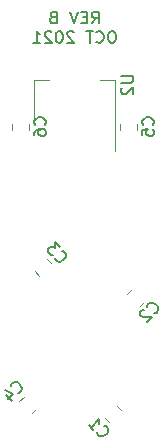
<source format=gbr>
%TF.GenerationSoftware,KiCad,Pcbnew,(5.1.9)-1*%
%TF.CreationDate,2021-10-06T21:40:27+02:00*%
%TF.ProjectId,Bluster,426c7573-7465-4722-9e6b-696361645f70,rev?*%
%TF.SameCoordinates,Original*%
%TF.FileFunction,Legend,Bot*%
%TF.FilePolarity,Positive*%
%FSLAX46Y46*%
G04 Gerber Fmt 4.6, Leading zero omitted, Abs format (unit mm)*
G04 Created by KiCad (PCBNEW (5.1.9)-1) date 2021-10-06 21:40:27*
%MOMM*%
%LPD*%
G01*
G04 APERTURE LIST*
%ADD10C,0.150000*%
%ADD11C,0.120000*%
G04 APERTURE END LIST*
D10*
X170352380Y-40213380D02*
X170685714Y-39737190D01*
X170923809Y-40213380D02*
X170923809Y-39213380D01*
X170542857Y-39213380D01*
X170447619Y-39261000D01*
X170400000Y-39308619D01*
X170352380Y-39403857D01*
X170352380Y-39546714D01*
X170400000Y-39641952D01*
X170447619Y-39689571D01*
X170542857Y-39737190D01*
X170923809Y-39737190D01*
X169923809Y-39689571D02*
X169590476Y-39689571D01*
X169447619Y-40213380D02*
X169923809Y-40213380D01*
X169923809Y-39213380D01*
X169447619Y-39213380D01*
X169161904Y-39213380D02*
X168828571Y-40213380D01*
X168495238Y-39213380D01*
X167066666Y-39689571D02*
X166923809Y-39737190D01*
X166876190Y-39784809D01*
X166828571Y-39880047D01*
X166828571Y-40022904D01*
X166876190Y-40118142D01*
X166923809Y-40165761D01*
X167019047Y-40213380D01*
X167400000Y-40213380D01*
X167400000Y-39213380D01*
X167066666Y-39213380D01*
X166971428Y-39261000D01*
X166923809Y-39308619D01*
X166876190Y-39403857D01*
X166876190Y-39499095D01*
X166923809Y-39594333D01*
X166971428Y-39641952D01*
X167066666Y-39689571D01*
X167400000Y-39689571D01*
X172161904Y-40863380D02*
X171971428Y-40863380D01*
X171876190Y-40911000D01*
X171780952Y-41006238D01*
X171733333Y-41196714D01*
X171733333Y-41530047D01*
X171780952Y-41720523D01*
X171876190Y-41815761D01*
X171971428Y-41863380D01*
X172161904Y-41863380D01*
X172257142Y-41815761D01*
X172352380Y-41720523D01*
X172400000Y-41530047D01*
X172400000Y-41196714D01*
X172352380Y-41006238D01*
X172257142Y-40911000D01*
X172161904Y-40863380D01*
X170733333Y-41768142D02*
X170780952Y-41815761D01*
X170923809Y-41863380D01*
X171019047Y-41863380D01*
X171161904Y-41815761D01*
X171257142Y-41720523D01*
X171304761Y-41625285D01*
X171352380Y-41434809D01*
X171352380Y-41291952D01*
X171304761Y-41101476D01*
X171257142Y-41006238D01*
X171161904Y-40911000D01*
X171019047Y-40863380D01*
X170923809Y-40863380D01*
X170780952Y-40911000D01*
X170733333Y-40958619D01*
X170447619Y-40863380D02*
X169876190Y-40863380D01*
X170161904Y-41863380D02*
X170161904Y-40863380D01*
X168828571Y-40958619D02*
X168780952Y-40911000D01*
X168685714Y-40863380D01*
X168447619Y-40863380D01*
X168352380Y-40911000D01*
X168304761Y-40958619D01*
X168257142Y-41053857D01*
X168257142Y-41149095D01*
X168304761Y-41291952D01*
X168876190Y-41863380D01*
X168257142Y-41863380D01*
X167638095Y-40863380D02*
X167542857Y-40863380D01*
X167447619Y-40911000D01*
X167400000Y-40958619D01*
X167352380Y-41053857D01*
X167304761Y-41244333D01*
X167304761Y-41482428D01*
X167352380Y-41672904D01*
X167400000Y-41768142D01*
X167447619Y-41815761D01*
X167542857Y-41863380D01*
X167638095Y-41863380D01*
X167733333Y-41815761D01*
X167780952Y-41768142D01*
X167828571Y-41672904D01*
X167876190Y-41482428D01*
X167876190Y-41244333D01*
X167828571Y-41053857D01*
X167780952Y-40958619D01*
X167733333Y-40911000D01*
X167638095Y-40863380D01*
X166923809Y-40958619D02*
X166876190Y-40911000D01*
X166780952Y-40863380D01*
X166542857Y-40863380D01*
X166447619Y-40911000D01*
X166400000Y-40958619D01*
X166352380Y-41053857D01*
X166352380Y-41149095D01*
X166400000Y-41291952D01*
X166971428Y-41863380D01*
X166352380Y-41863380D01*
X165400000Y-41863380D02*
X165971428Y-41863380D01*
X165685714Y-41863380D02*
X165685714Y-40863380D01*
X165780952Y-41006238D01*
X165876190Y-41101476D01*
X165971428Y-41149095D01*
D11*
%TO.C,U2*%
X165490000Y-45026000D02*
X166750000Y-45026000D01*
X172310000Y-45026000D02*
X171050000Y-45026000D01*
X165490000Y-48786000D02*
X165490000Y-45026000D01*
X172310000Y-51036000D02*
X172310000Y-45026000D01*
%TO.C,C6*%
X165063000Y-49229252D02*
X165063000Y-48706748D01*
X163593000Y-49229252D02*
X163593000Y-48706748D01*
%TO.C,C5*%
X174207000Y-49229252D02*
X174207000Y-48706748D01*
X172737000Y-49229252D02*
X172737000Y-48706748D01*
%TO.C,C4*%
X164580648Y-71825665D02*
X164211181Y-72195132D01*
X165620095Y-72865112D02*
X165250628Y-73234579D01*
%TO.C,C3*%
X166918472Y-60539509D02*
X166549005Y-60170042D01*
X165879025Y-61578956D02*
X165509558Y-61209489D01*
%TO.C,C2*%
X174411841Y-64148721D02*
X174781308Y-63779254D01*
X173372394Y-63109274D02*
X173741861Y-62739807D01*
%TO.C,C1*%
X171450181Y-73627112D02*
X171819648Y-73996579D01*
X172489628Y-72587665D02*
X172859095Y-72957132D01*
%TO.C,U2*%
D10*
X172852380Y-44650095D02*
X173661904Y-44650095D01*
X173757142Y-44697714D01*
X173804761Y-44745333D01*
X173852380Y-44840571D01*
X173852380Y-45031047D01*
X173804761Y-45126285D01*
X173757142Y-45173904D01*
X173661904Y-45221523D01*
X172852380Y-45221523D01*
X172947619Y-45650095D02*
X172900000Y-45697714D01*
X172852380Y-45792952D01*
X172852380Y-46031047D01*
X172900000Y-46126285D01*
X172947619Y-46173904D01*
X173042857Y-46221523D01*
X173138095Y-46221523D01*
X173280952Y-46173904D01*
X173852380Y-45602476D01*
X173852380Y-46221523D01*
%TO.C,C6*%
X166365142Y-48801333D02*
X166412761Y-48753714D01*
X166460380Y-48610857D01*
X166460380Y-48515619D01*
X166412761Y-48372761D01*
X166317523Y-48277523D01*
X166222285Y-48229904D01*
X166031809Y-48182285D01*
X165888952Y-48182285D01*
X165698476Y-48229904D01*
X165603238Y-48277523D01*
X165508000Y-48372761D01*
X165460380Y-48515619D01*
X165460380Y-48610857D01*
X165508000Y-48753714D01*
X165555619Y-48801333D01*
X165460380Y-49658476D02*
X165460380Y-49468000D01*
X165508000Y-49372761D01*
X165555619Y-49325142D01*
X165698476Y-49229904D01*
X165888952Y-49182285D01*
X166269904Y-49182285D01*
X166365142Y-49229904D01*
X166412761Y-49277523D01*
X166460380Y-49372761D01*
X166460380Y-49563238D01*
X166412761Y-49658476D01*
X166365142Y-49706095D01*
X166269904Y-49753714D01*
X166031809Y-49753714D01*
X165936571Y-49706095D01*
X165888952Y-49658476D01*
X165841333Y-49563238D01*
X165841333Y-49372761D01*
X165888952Y-49277523D01*
X165936571Y-49229904D01*
X166031809Y-49182285D01*
%TO.C,C5*%
X175509142Y-48801333D02*
X175556761Y-48753714D01*
X175604380Y-48610857D01*
X175604380Y-48515619D01*
X175556761Y-48372761D01*
X175461523Y-48277523D01*
X175366285Y-48229904D01*
X175175809Y-48182285D01*
X175032952Y-48182285D01*
X174842476Y-48229904D01*
X174747238Y-48277523D01*
X174652000Y-48372761D01*
X174604380Y-48515619D01*
X174604380Y-48610857D01*
X174652000Y-48753714D01*
X174699619Y-48801333D01*
X174604380Y-49706095D02*
X174604380Y-49229904D01*
X175080571Y-49182285D01*
X175032952Y-49229904D01*
X174985333Y-49325142D01*
X174985333Y-49563238D01*
X175032952Y-49658476D01*
X175080571Y-49706095D01*
X175175809Y-49753714D01*
X175413904Y-49753714D01*
X175509142Y-49706095D01*
X175556761Y-49658476D01*
X175604380Y-49563238D01*
X175604380Y-49325142D01*
X175556761Y-49229904D01*
X175509142Y-49182285D01*
%TO.C,C4*%
X164098088Y-71476870D02*
X164165431Y-71476870D01*
X164300118Y-71409526D01*
X164367462Y-71342183D01*
X164434805Y-71207495D01*
X164434805Y-71072808D01*
X164401134Y-70971793D01*
X164300118Y-70803434D01*
X164199103Y-70702419D01*
X164030744Y-70601404D01*
X163929729Y-70567732D01*
X163795042Y-70567732D01*
X163660355Y-70635076D01*
X163593011Y-70702419D01*
X163525668Y-70837106D01*
X163525668Y-70904450D01*
X163087935Y-71678900D02*
X163559340Y-72150305D01*
X162986920Y-71241167D02*
X163660355Y-71577885D01*
X163222622Y-72015618D01*
%TO.C,C3*%
X167267266Y-60056949D02*
X167267266Y-60124292D01*
X167334610Y-60258979D01*
X167401954Y-60326323D01*
X167536641Y-60393666D01*
X167671328Y-60393666D01*
X167772343Y-60359995D01*
X167940702Y-60258979D01*
X168041717Y-60157964D01*
X168142732Y-59989605D01*
X168176404Y-59888590D01*
X168176404Y-59753903D01*
X168109060Y-59619216D01*
X168041717Y-59551872D01*
X167907030Y-59484529D01*
X167839686Y-59484529D01*
X167671328Y-59181483D02*
X167233595Y-58743750D01*
X167199923Y-59248827D01*
X167098908Y-59147811D01*
X166997892Y-59114140D01*
X166930549Y-59114140D01*
X166829534Y-59147811D01*
X166661175Y-59316170D01*
X166627503Y-59417185D01*
X166627503Y-59484529D01*
X166661175Y-59585544D01*
X166863205Y-59787575D01*
X166964221Y-59821247D01*
X167031564Y-59821247D01*
%TO.C,C2*%
X175635179Y-64766890D02*
X175702522Y-64766890D01*
X175837209Y-64699546D01*
X175904553Y-64632203D01*
X175971896Y-64497515D01*
X175971896Y-64362828D01*
X175938225Y-64261813D01*
X175837209Y-64093454D01*
X175736194Y-63992439D01*
X175567835Y-63891424D01*
X175466820Y-63857752D01*
X175332133Y-63857752D01*
X175197446Y-63925096D01*
X175130102Y-63992439D01*
X175062759Y-64127126D01*
X175062759Y-64194470D01*
X174793385Y-64463844D02*
X174726041Y-64463844D01*
X174625026Y-64497515D01*
X174456667Y-64665874D01*
X174422996Y-64766890D01*
X174422996Y-64834233D01*
X174456667Y-64935248D01*
X174524011Y-65002592D01*
X174658698Y-65069935D01*
X175466820Y-65069935D01*
X175029087Y-65507668D01*
%TO.C,C1*%
X170832011Y-74850450D02*
X170832011Y-74917793D01*
X170899355Y-75052480D01*
X170966699Y-75119824D01*
X171101386Y-75187167D01*
X171236073Y-75187167D01*
X171337088Y-75153496D01*
X171505447Y-75052480D01*
X171606462Y-74951465D01*
X171707477Y-74783106D01*
X171741149Y-74682091D01*
X171741149Y-74547404D01*
X171673805Y-74412717D01*
X171606462Y-74345373D01*
X171471775Y-74278030D01*
X171404431Y-74278030D01*
X170091233Y-74244358D02*
X170495294Y-74648419D01*
X170293263Y-74446389D02*
X171000370Y-73739282D01*
X170966699Y-73907641D01*
X170966699Y-74042328D01*
X171000370Y-74143343D01*
%TD*%
M02*

</source>
